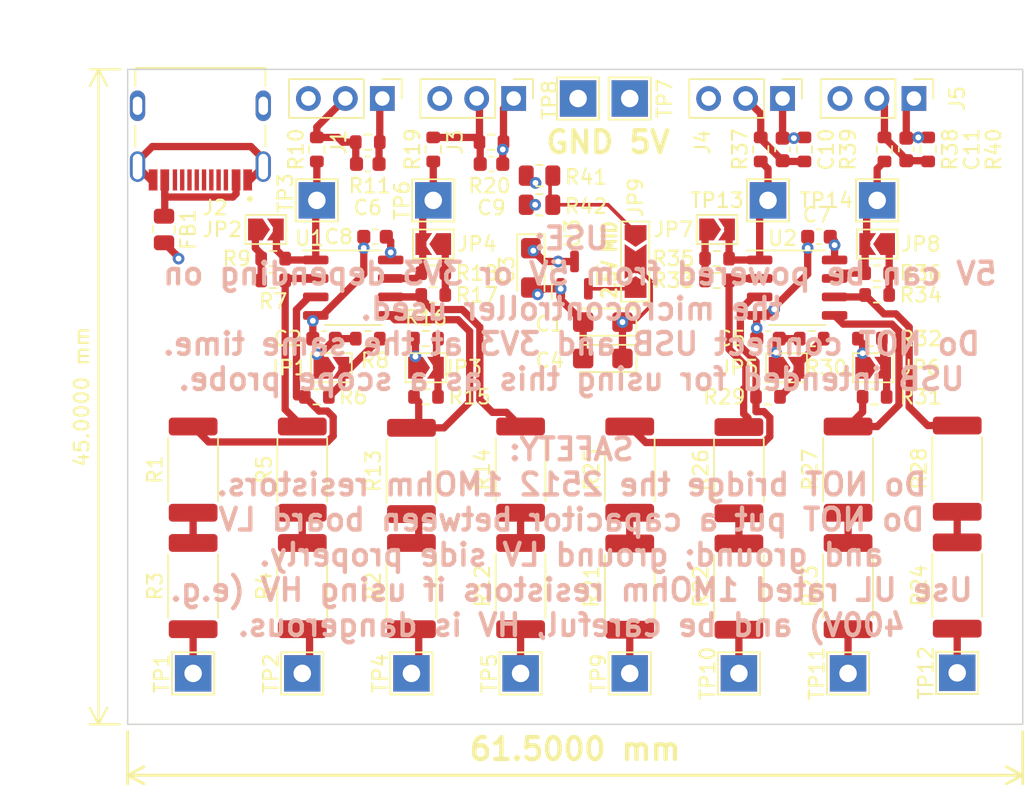
<source format=kicad_pcb>
(kicad_pcb (version 20211014) (generator pcbnew)
  (layers (0 "F.Cu" signal) (1 "In1.Cu" signal) (2 "In2.Cu" signal) (31 "B.Cu" signal) (34 "B.Paste" user) (35 "F.Paste" user) (36 "B.SilkS" user "B.Silkscreen") (37 "F.SilkS" user "F.Silkscreen") (38 "B.Mask" user) (39 "F.Mask" user) (44 "Edge.Cuts" user))
  (net 0 "")
  (net 1 "+2V5")
  (net 2 "GND")
  (net 3 "+5V")
  (net 4 "Output1")
  (net 5 "Net-(JP1-Pad2)")
  (net 6 "Net-(R1-Pad1)")
  (net 7 "Net-(R1-Pad2)")
  (net 8 "Net-(R3-Pad1)")
  (net 9 "Net-(R4-Pad1)")
  (net 10 "Net-(R4-Pad2)")
  (net 11 "Net-(R5-Pad2)")
  (net 12 "Net-(JP2-Pad1)")
  (net 13 "Net-(JP2-Pad2)")
  (net 14 "Net-(JP4-Pad2)")
  (net 15 "Net-(FB1-Pad1)")
  (net 24 "Net-(JP3-Pad2)")
  (net 25 "Net-(JP4-Pad1)")
  (net 26 "Net-(R13-Pad2)")
  (net 27 "Net-(R2-Pad1)")
  (net 28 "Net-(R13-Pad1)")
  (net 29 "Net-(R12-Pad1)")
  (net 30 "Net-(R12-Pad2)")
  (net 31 "Net-(R14-Pad2)")
  (net 32 "Net-(R41-Pad2)")
  (net 33 "Output2")
  (net 34 "Net-(U3-Pad2)")
  (net 35 "Output3")
  (net 36 "Output4")
  (net 37 "Net-(JP5-Pad2)")
  (net 38 "Net-(JP6-Pad2)")
  (net 39 "Net-(JP7-Pad1)")
  (net 40 "Net-(JP7-Pad2)")
  (net 41 "Net-(JP8-Pad1)")
  (net 42 "Net-(JP8-Pad2)")
  (net 43 "Net-(R21-Pad1)")
  (net 44 "Net-(R21-Pad2)")
  (net 45 "Net-(R22-Pad1)")
  (net 46 "Net-(R22-Pad2)")
  (net 47 "Net-(R23-Pad1)")
  (net 48 "Net-(R23-Pad2)")
  (net 49 "Net-(R24-Pad1)")
  (net 50 "Net-(R24-Pad2)")
  (net 51 "Net-(R25-Pad2)")
  (net 52 "Net-(R26-Pad2)")
  (net 53 "Net-(R27-Pad2)")
  (net 54 "Net-(R28-Pad2)")
  (footprint "Resistor_SMD:R_0603_1608Metric" (layer "F.Cu") (at 174.5 35.5)
    (fp_text reference "R32")
    (fp_text value "R_40k")
  )
  (footprint "Capacitor_SMD:C_0603_1608Metric" (layer "F.Cu") (at 140 23.5 180)
    (fp_text reference "C6")
    (fp_text value "C_47pF")
  )
  (footprint "TestPoint:TestPoint_THTPad_2.5x2.5mm_Drill1.2mm" (layer "F.Cu") (at 173 58.5 90)
    (fp_text reference "TP11")
    (fp_text value "TestPoint")
  )
  (footprint "Jumper:SolderJumper-3_P2.0mm_Open_TrianglePad1.0x1.5mm" (layer "F.Cu") (at 158.4 30.2 90)
    (fp_text reference "JP9")
    (fp_text value "Jumper_3_Open")
  )
  (footprint "Connector_PinHeader_2.54mm:PinHeader_1x03_P2.54mm_Vertical" (layer "F.Cu") (at 177.525 19 -90)
    (fp_text reference "J5")
    (fp_text value "Conn_01x03_Male")
  )
  (footprint "Resistor_SMD:R_0805_2012Metric" (layer "F.Cu") (at 151.8 24.3)
    (fp_text reference "R41")
    (fp_text value "R_100")
  )
  (footprint "Jumper:SolderJumper-2_P1.3mm_Open_TrianglePad1.0x1.5mm" (layer "F.Cu") (at 144 37.5)
    (fp_text reference "JP3")
    (fp_text value "Jumper_2_Open")
  )
  (footprint "TestPoint:TestPoint_THTPad_2.5x2.5mm_Drill1.2mm" (layer "F.Cu") (at 167.5 26 90)
    (fp_text reference "TP13")
    (fp_text value "TestPoint")
  )
  (footprint "TestPoint:TestPoint_THTPad_2.5x2.5mm_Drill1.2mm" (layer "F.Cu") (at 143 58.5 90)
    (fp_text reference "TP4")
    (fp_text value "TestPoint")
  )
  (footprint "TestPoint:TestPoint_THTPad_2.5x2.5mm_Drill1.2mm" (layer "F.Cu") (at 158 58.5 90)
    (fp_text reference "TP9")
    (fp_text value "TestPoint")
  )
  (footprint "Capacitor_SMD:C_0603_1608Metric" (layer "F.Cu") (at 168.5 22.5 -90)
    (fp_text reference "C10")
    (fp_text value "C_47pF")
  )
  (footprint "Resistor_SMD:R_2512_6332Metric" (layer "F.Cu") (at 143 52.5 90)
    (fp_text reference "R2")
    (fp_text value "R_1Mohm")
  )
  (footprint "Connector_PinHeader_2.54mm:PinHeader_1x03_P2.54mm_Vertical" (layer "F.Cu") (at 141 19 -90)
    (fp_text reference "J1")
    (fp_text value "Conn_01x03_Male")
  )
  (footprint "Connector_PinHeader_2.54mm:PinHeader_1x03_P2.54mm_Vertical" (layer "F.Cu") (at 150.025 19 -90)
    (fp_text reference "J3")
    (fp_text value "Conn_01x03_Male")
  )
  (footprint "Resistor_SMD:R_2512_6332Metric" (layer "F.Cu") (at 128 52.5 90)
    (fp_text reference "R3")
    (fp_text value "R_1Mohm")
  )
  (footprint "Resistor_SMD:R_0603_1608Metric" (layer "F.Cu") (at 144.5 32.5)
    (fp_text reference "R17")
    (fp_text value "R_10k")
  )
  (footprint "Resistor_SMD:R_0603_1608Metric" (layer "F.Cu") (at 170.5 35.5)
    (fp_text reference "R30")
    (fp_text value "R_40k")
  )
  (footprint "Resistor_SMD:R_0603_1608Metric" (layer "F.Cu") (at 144.5 31 180)
    (fp_text reference "R18")
    (fp_text value "R_40k")
  )
  (footprint "Resistor_SMD:R_0603_1608Metric" (layer "F.Cu") (at 133.5 30)
    (fp_text reference "R9")
    (fp_text value "R_40k")
  )
  (footprint "Jumper:SolderJumper-2_P1.3mm_Open_TrianglePad1.0x1.5mm" (layer "F.Cu") (at 137.5 37.5)
    (fp_text reference "JP1")
    (fp_text value "Jumper_2_Open")
  )
  (footprint "Jumper:SolderJumper-2_P1.3mm_Open_TrianglePad1.0x1.5mm" (layer "F.Cu") (at 144.5 29 180)
    (fp_text reference "JP4")
    (fp_text value "Jumper_2_Open")
  )
  (footprint "Resistor_SMD:R_0603_1608Metric" (layer "F.Cu") (at 167.5 39.5)
    (fp_text reference "R29")
    (fp_text value "R_10k")
  )
  (footprint "Resistor_SMD:R_0603_1608Metric" (layer "F.Cu") (at 174.825 39.5)
    (fp_text reference "R31")
    (fp_text value "R_10k")
  )
  (footprint "Jumper:SolderJumper-2_P1.3mm_Open_TrianglePad1.0x1.5mm" (layer "F.Cu") (at 168.775 37.5)
    (fp_text reference "JP5")
    (fp_text value "Jumper_2_Open")
  )
  (footprint "Resistor_SMD:R_0603_1608Metric" (layer "F.Cu") (at 133.5 31.5 180)
    (fp_text reference "R7")
    (fp_text value "R_10k")
  )
  (footprint "Resistor_SMD:R_2512_6332Metric" (layer "F.Cu") (at 143 44.59 90)
    (fp_text reference "R13")
    (fp_text value "R_1Mohm")
  )
  (footprint "Resistor_SMD:R_0805_2012Metric" (layer "F.Cu") (at 126 28 -90)
    (fp_text reference "FB1")
    (fp_text value "FerriteBead_Small")
  )
  (footprint "Resistor_SMD:R_2512_6332Metric" (layer "F.Cu") (at 173 44.5 90)
    (fp_text reference "R27")
    (fp_text value "R_1Mohm")
  )
  (footprint "Resistor_SMD:R_0603_1608Metric" (layer "F.Cu") (at 175.5 22.5 90)
    (fp_text reference "R38")
    (fp_text value "R_47")
  )
  (footprint "Connector_PinHeader_2.54mm:PinHeader_1x03_P2.54mm_Vertical" (layer "F.Cu") (at 168.5 19 -90)
    (fp_text reference "J4")
    (fp_text value "Conn_01x03_Male")
  )
  (footprint "TYPE-C-31-M-12:HRO_TYPE-C-31-M-12" (layer "F.Cu") (at 128.5 22 180)
    (fp_text reference "J2")
    (fp_text value "TYPE-C-31-M-12")
  )
  (footprint "Package_SO:SO-8_3.9x4.9mm_P1.27mm" (layer "F.Cu") (at 139 32)
    (fp_text reference "U1")
    (fp_text value "OPA2356xxD")
  )
  (footprint "Resistor_SMD:R_2512_6332Metric" (layer "F.Cu") (at 135.5 52.5 90)
    (fp_text reference "R4")
    (fp_text value "R_1Mohm")
  )
  (footprint "TestPoint:TestPoint_THTPad_2.5x2.5mm_Drill1.2mm" (layer "F.Cu") (at 165.5 58.5 90)
    (fp_text reference "TP10")
    (fp_text value "TestPoint")
  )
  (footprint "Resistor_SMD:R_0603_1608Metric" (layer "F.Cu") (at 144 39.5)
    (fp_text reference "R15")
    (fp_text value "R_10k")
  )
  (footprint "Resistor_SMD:R_0603_1608Metric" (layer "F.Cu") (at 144.5 22.5 90)
    (fp_text reference "R19")
    (fp_text value "R_47")
  )
  (footprint "Resistor_SMD:R_2512_6332Metric" (layer "F.Cu") (at 173 52.5 90)
    (fp_text reference "R23")
    (fp_text value "R_1Mohm")
  )
  (footprint "Jumper:SolderJumper-2_P1.3mm_Open_TrianglePad1.0x1.5mm" (layer "F.Cu") (at 175 29 180)
    (fp_text reference "JP8")
    (fp_text value "Jumper_2_Open")
  )
  (footprint "Resistor_SMD:R_2512_6332Metric" (layer "F.Cu") (at 158 44.5 90)
    (fp_text reference "R25")
    (fp_text value "R_1Mohm")
  )
  (footprint "Resistor_SMD:R_0603_1608Metric" (layer "F.Cu") (at 140 22)
    (fp_text reference "R11")
    (fp_text value "R_DNP")
  )
  (footprint "TestPoint:TestPoint_THTPad_2.5x2.5mm_Drill1.2mm" (layer "F.Cu") (at 128 58.5 90)
    (fp_text reference "TP1")
    (fp_text value "TestPoint")
  )
  (footprint "Capacitor_SMD:C_0603_1608Metric" (layer "F.Cu") (at 148.5 23.5 180)
    (fp_text reference "C9")
    (fp_text value "C_47pF")
  )
  (footprint "Resistor_SMD:R_0603_1608Metric" (layer "F.Cu") (at 167 22.5 90)
    (fp_text reference "R37")
    (fp_text value "R_47")
  )
  (footprint "Resistor_SMD:R_0603_1608Metric" (layer "F.Cu") (at 136.5 22.5 90)
    (fp_text reference "R10")
    (fp_text value "R_47")
  )
  (footprint "TestPoint:TestPoint_THTPad_2.5x2.5mm_Drill1.2mm" (layer "F.Cu") (at 154.45 19)
    (fp_text reference "TP8")
    (fp_text value "TestPoint")
  )
  (footprint "Capacitor_SMD:C_0603_1608Metric" (layer "F.Cu") (at 167.5 35.5 180)
    (fp_text reference "C5")
    (fp_text value "C_100nF")
  )
  (footprint "Resistor_SMD:R_0603_1608Metric" (layer "F.Cu") (at 178.5 22.5 90)
    (fp_text reference "R40")
    (fp_text value "R_DNP")
  )
  (footprint "Resistor_SMD:R_0603_1608Metric" (layer "F.Cu") (at 136.5 39.5)
    (fp_text reference "R6")
    (fp_text value "R_10k")
  )
  (footprint "Resistor_SMD:R_2512_6332Metric" (layer "F.Cu") (at 180.5 52.4625 90)
    (fp_text reference "R24")
    (fp_text value "R_1Mohm")
  )
  (footprint "Resistor_SMD:R_0603_1608Metric" (layer "F.Cu") (at 170 22.5 90)
    (fp_text reference "R39")
    (fp_text value "R_DNP")
  )
  (footprint "Resistor_SMD:R_2512_6332Metric" (layer "F.Cu") (at 165.5 52.5375 90)
    (fp_text reference "R22")
    (fp_text value "R_1Mohm")
  )
  (footprint "TestPoint:TestPoint_THTPad_2.5x2.5mm_Drill1.2mm" (layer "F.Cu") (at 144.5 26 90)
    (fp_text reference "TP6")
    (fp_text value "TestPoint")
  )
  (footprint "Resistor_SMD:R_0603_1608Metric" (layer "F.Cu") (at 175 32.5)
    (fp_text reference "R34")
    (fp_text value "R_10k")
  )
  (footprint "Resistor_SMD:R_0603_1608Metric" (layer "F.Cu") (at 164 31.5 180)
    (fp_text reference "R33")
    (fp_text value "R_10k")
  )
  (footprint "Resistor_SMD:R_0805_2012Metric" (layer "F.Cu") (at 151.8 26.3 180)
    (fp_text reference "R42")
    (fp_text value "R_100")
  )
  (footprint "Resistor_SMD:R_2512_6332Metric" (layer "F.Cu") (at 150.5 44.5 90)
    (fp_text reference "R14")
    (fp_text value "R_1Mohm")
  )
  (footprint "TestPoint:TestPoint_THTPad_2.5x2.5mm_Drill1.2mm" (layer "F.Cu") (at 175 26 90)
    (fp_text reference "TP14")
    (fp_text value "TestPoint")
  )
  (footprint "Resistor_SMD:R_2512_6332Metric" (layer "F.Cu") (at 128 44.5 90)
    (fp_text reference "R1")
    (fp_text value "R_1Mohm")
  )
  (footprint "Capacitor_Tantalum_SMD:CP_EIA-3216-18_Kemet-A" (layer "F.Cu") (at 156.15 34.3625 180)
    (fp_text reference "C1")
    (fp_text value "C_10uF_Tant")
  )
  (footprint "Resistor_SMD:R_0603_1608Metric" (layer "F.Cu") (at 148.5 22)
    (fp_text reference "R20")
    (fp_text value "R_DNP")
  )
  (footprint "Capacitor_SMD:C_0603_1608Metric" (layer "F.Cu") (at 171 28.5 180)
    (fp_text reference "C7")
    (fp_text value "C_100nF")
  )
  (footprint "Capacitor_Tantalum_SMD:CP_EIA-3216-18_Kemet-A" (layer "F.Cu") (at 151.20625 30.6375 -90)
    (fp_text reference "C3")
    (fp_text value "C_10uF_Tant")
  )
  (footprint "Capacitor_SMD:C_0603_1608Metric" (layer "F.Cu") (at 177 22.5 -90)
    (fp_text reference "C11")
    (fp_text value "C_47pF")
  )
  (footprint "Capacitor_Tantalum_SMD:CP_EIA-3216-18_Kemet-A" (layer "F.Cu") (at 156.15 36.8625 180)
    (fp_text reference "C4")
    (fp_text value "C_10uF_Tant")
  )
  (footprint "Resistor_SMD:R_2512_6332Metric" (layer "F.Cu") (at 150.5 52.5 90)
    (fp_text reference "R12")
    (fp_text value "R_1Mohm")
  )
  (footprint "TestPoint:TestPoint_THTPad_2.5x2.5mm_Drill1.2mm" (layer "F.Cu") (at 158 19)
    (fp_text reference "TP7")
    (fp_text value "TestPoint")
  )
  (footprint "Package_SO:SO-8_3.9x4.9mm_P1.27mm" (layer "F.Cu") (at 169.5 32)
    (fp_text reference "U2")
    (fp_text value "OPA2356xxD")
  )
  (footprint "TestPoint:TestPoint_THTPad_2.5x2.5mm_Drill1.2mm" (layer "F.Cu") (at 180.5 58.4625 90)
    (fp_text reference "TP12")
    (fp_text value "TestPoint")
  )
  (footprint "Resistor_SMD:R_2512_6332Metric" (layer "F.Cu") (at 158 52.5375 90)
    (fp_text reference "R21")
    (fp_text value "R_1Mohm")
  )
  (footprint "Jumper:SolderJumper-2_P1.3mm_Open_TrianglePad1.0x1.5mm" (layer "F.Cu") (at 174.725 37.5)
    (fp_text reference "JP6")
    (fp_text value "Jumper_2_Open")
  )
  (footprint "TestPoint:TestPoint_THTPad_2.5x2.5mm_Drill1.2mm" (layer "F.Cu") (at 150.5 58.5 90)
    (fp_text reference "TP5")
    (fp_text value "TestPoint")
  )
  (footprint "Jumper:SolderJumper-2_P1.3mm_Open_TrianglePad1.0x1.5mm" (layer "F.Cu") (at 133 28)
    (fp_text reference "JP2")
    (fp_text value "Jumper_2_Open")
  )
  (footprint "Package_TO_SOT_SMD:SOT-23" (layer "F.Cu") (at 154.20625 31.1375 90)
    (fp_text reference "U3")
    (fp_text value "XC6206PxxxMR")
  )
  (footprint "Resistor_SMD:R_0603_1608Metric" (layer "F.Cu") (at 164 30)
    (fp_text reference "R35")
    (fp_text value "R_40k")
  )
  (footprint "Resistor_SMD:R_2512_6332Metric" (layer "F.Cu") (at 165.5 44.5375 90)
    (fp_text reference "R26")
    (fp_text value "R_1Mohm")
  )
  (footprint "Resistor_SMD:R_2512_6332Metric" (layer "F.Cu") (at 180.5 44.4325 90)
    (fp_text reference "R28")
    (fp_text value "R_1Mohm")
  )
  (footprint "Resistor_SMD:R_0603_1608Metric" (layer "F.Cu") (at 144 35.5)
    (fp_text reference "R16")
    (fp_text value "R_40k")
  )
  (footprint "Capacitor_SMD:C_0603_1608Metric" (layer "F.Cu") (at 140.5 28.5 180)
    (fp_text reference "C8")
    (fp_text value "C_100nF")
  )
  (footprint "Resistor_SMD:R_0603_1608Metric" (layer "F.Cu") (at 140 35.5)
    (fp_text reference "R8")
    (fp_text value "R_40k")
  )
  (footprint "Resistor_SMD:R_2512_6332Metric" (layer "F.Cu") (at 135.5 44.5 90)
    (fp_text reference "R5")
    (fp_text value "R_1Mohm")
  )
  (footprint "Jumper:SolderJumper-2_P1.3mm_Open_TrianglePad1.0x1.5mm" (layer "F.Cu") (at 164 28)
    (fp_text reference "JP7")
    (fp_text value "Jumper_2_Open")
  )
  (footprint "TestPoint:TestPoint_THTPad_2.5x2.5mm_Drill1.2mm" (layer "F.Cu") (at 136.5 26 90)
    (fp_text reference "TP3")
    (fp_text value "TestPoint")
  )
  (footprint "TestPoint:TestPoint_THTPad_2.5x2.5mm_Drill1.2mm" (layer "F.Cu") (at 135.5 58.5 90)
    (fp_text reference "TP2")
    (fp_text value "TestPoint")
  )
  (footprint "Capacitor_SMD:C_0603_1608Metric" (layer "F.Cu") (at 137 35.5 180)
    (fp_text reference "C2")
    (fp_text value "C_100nF")
  )
  (footprint "Resistor_SMD:R_0603_1608Metric" (layer "F.Cu") (at 175 31 180)
    (fp_text reference "R36")
    (fp_text value "R_40k")
  )
  (gr_line (start 185 17) (end 123.5 17) (layer "Edge.Cuts") (width 0.1))
  (gr_line (start 123.5 17) (end 123.5 62) (layer "Edge.Cuts") (width 0.1))
  (gr_line (start 185 62) (end 185 17) (layer "Edge.Cuts") (width 0.1))
  (gr_line (start 123.5 62) (end 185 62) (layer "Edge.Cuts") (width 0.1))
  (gr_text "USE:\n5V can be powered from 5V or 3V3 depending on \nthe microcontroller used.\nDo NOT connect USB and 3V3 at the same time.\nUSB intended for using this as a scope probe.\n\nSAFETY:\nDo NOT bridge the 2512 1MOhm resistors.\nDo NOT put a capacitor between board LV\nand ground; ground LV side properly.\nUse UL rated 1MOhm resistors if using HV (e.g.\n400V) and be careful, HV is dangerous." (at 154 41.9) (layer "B.SilkS") (effects (font (size 1.5 1.5) (thickness 0.3)) (justify mirror)))
  (gr_text "GND 5V" (at 156.5 22) (layer "F.SilkS") (effects (font (size 1.5 1.5) (thickness 0.3))))
  (gr_text "2.5V MID\n" (at 156.6 30.1 90) (layer "F.SilkS") (effects (font (size 1 0.8) (thickness 0.2))))
  (dimension (type aligned) (layer "F.SilkS") (pts (xy 123.5 62) (xy 123.5 17)) (height -2) (gr_text "45.0000 mm" (at 120.35 39.5 90) (layer "F.SilkS") (effects (font (size 1 1) (thickness 0.15)))) (format (units 3) (units_format 1) (precision 4)) (style (thickness 0.15) (arrow_length 1.27) (text_position_mode 0) (extension_height 0.58642) (extension_offset 0.5) keep_text_aligned))
  (dimension (type aligned) (layer "F.SilkS") (pts (xy 123.5 62) (xy 185 62)) (height 3.5) (gr_text "61.5000 mm" (at 154.25 63.7) (layer "F.SilkS") (effects (font (size 1.5 1.5) (thickness 0.3)))) (format (units 3) (units_format 1) (precision 4)) (style (thickness 0.2) (arrow_length 1.27) (text_position_mode 0) (extension_height 0.58642) (extension_offset 0.5) keep_text_aligned))
  (segment (start 139.175 35.5) (end 137.775 35.5) (width 0.5) (layer "F.Cu") (net 1))
  (segment (start 136.504845 36.572675) (end 136.702325 36.572675) (width 0.5) (layer "F.Cu") (net 1))
  (segment (start 157.5 36.8625) (end 157.5 34.3625) (width 0.5) (layer "F.Cu") (net 1))
  (segment (start 159.47452 33.22548) (end 158.3375 34.3625) (width 0.25) (layer "F.Cu") (net 1))
  (segment (start 174 35.825) (end 173.675 35.5) (width 0.5) (layer "F.Cu") (net 1))
  (segment (start 168.05 35.725) (end 168.275 35.5) (width 0.5) (layer "F.Cu") (net 1))
  (segment (start 143.275 35.6) (end 143.275 36.725) (width 0.5) (layer "F.Cu") (net 1))
  (segment (start 159.47452 31.56558) (end 159.47452 33.22548) (width 0.25) (layer "F.Cu") (net 1))
  (segment (start 158.78442 30.87548) (end 159.47452 31.56558) (width 0.25) (layer "F.Cu") (net 1))
  (segment (start 136.775 36.84283) (end 136.775 37.5) (width 0.5) (layer "F.Cu") (net 1))
  (segment (start 158.3375 34.3625) (end 157.5 34.3625) (width 0.25) (layer "F.Cu") (net 1))
  (segment (start 143.175 35.5) (end 143.275 35.6) (width 0.5) (layer "F.Cu") (net 1))
  (segment (start 158.4 30.87548) (end 158.78442 30.87548) (width 0.25) (layer "F.Cu") (net 1))
  (segment (start 136.504845 36.572675) (end 136.775 36.84283) (width 0.5) (layer "F.Cu") (net 1))
  (segment (start 174 37.5) (end 174 35.825) (width 0.5) (layer "F.Cu") (net 1))
  (segment (start 169.675 35.5) (end 168.275 35.5) (width 0.5) (layer "F.Cu") (net 1))
  (segment (start 158.4 30.2) (end 158.4 30.87548) (width 0.25) (layer "F.Cu") (net 1))
  (segment (start 143.275 37.5) (end 143.275 36.725) (width 0.5) (layer "F.Cu") (net 1))
  (segment (start 136.702325 36.572675) (end 137.775 35.5) (width 0.5) (layer "F.Cu") (net 1))
  (segment (start 168.05 37.5) (end 168.05 35.725) (width 0.5) (layer "F.Cu") (net 1))
  (via (at 143.275 36.725) (size 0.8) (drill 0.4) (layers "F.Cu" "B.Cu") (net 1))
  (via (at 136.504845 36.572675) (size 0.8) (drill 0.4) (layers "F.Cu" "B.Cu") (net 1))
  (via (at 157.5 34.3625) (size 0.8) (drill 0.4) (layers "F.Cu" "B.Cu") (net 1))
  (via (at 168.05 36.45) (size 0.8) (drill 0.4) (layers "F.Cu" "B.Cu") (net 1))
  (via (at 174 36.5) (size 0.8) (drill 0.4) (layers "F.Cu" "B.Cu") (net 1))
  (segment (start 131.905 24.595) (end 132.82 23.68) (width 0.5) (layer "F.Cu") (net 2))
  (segment (start 136.425 33.905) (end 136.425 34.075) (width 0.5) (layer "F.Cu") (net 2))
  (segment (start 149.275 23.5) (end 149.275 22.05) (width 0.5) (layer "F.Cu") (net 2))
  (segment (start 168.5 21.725) (end 169.95 21.725) (width 0.5) (layer "F.Cu") (net 2))
  (segment (start 139.725 29.275) (end 139.725 31.057849) (width 0.5) (layer "F.Cu") (net 2))
  (segment (start 132.82 23.155) (end 131.965479 22.300479) (width 0.5) (layer "F.Cu") (net 2))
  (segment (start 152.05625 32.075) (end 151.675 32.45625) (width 0.5) (layer "F.Cu") (net 2))
  (segment (start 139.725 31.057849) (end 136.877849 33.905) (width 0.5) (layer "F.Cu") (net 2))
  (segment (start 153.25625 32.81875) (end 153.25625 32.075) (width 0.5) (layer "F.Cu") (net 2))
  (segment (start 140.775 22.05) (end 140.825 22) (width 0.5) (layer "F.Cu") (net 2))
  (segment (start 149.325 19.7) (end 150.025 19) (width 0.5) (layer "F.Cu") (net 2))
  (segment (start 177.05 21.675) (end 177 21.725) (width 0.5) (layer "F.Cu") (net 2))
  (segment (start 166.725 34.105) (end 166.925 33.905) (width 0.5) (layer "F.Cu") (net 2))
  (segment (start 136.425 34.075) (end 136.225 34.275) (width 0.5) (layer "F.Cu") (net 2))
  (segment (start 166.925 33.905) (end 167.503569 33.905) (width 0.5) (layer "F.Cu") (net 2))
  (segment (start 178.5 21.675) (end 177.05 21.675) (width 0.5) (layer "F.Cu") (net 2))
  (segment (start 170.225 31.057849) (end 167.377849 33.905) (width 0.5) (layer "F.Cu") (net 2))
  (segment (start 149.325 22) (end 149.325 19.7) (width 0.5) (layer "F.Cu") (net 2))
  (segment (start 177 19.525) (end 177.525 19) (width 0.5) (layer "F.Cu") (net 2))
  (segment (start 140.825 22) (end 140.825 19.175) (width 0.5) (layer "F.Cu") (net 2))
  (segment (start 136.877849 33.905) (end 136.425 33.905) (width 0.5) (layer "F.Cu") (net 2))
  (segment (start 136.225 35.5) (end 136.225 34.275) (width 0.5) (layer "F.Cu") (net 2))
  (segment (start 125.199521 22.300479) (end 124.18 23.32) (width 0.5) (layer "F.Cu") (net 2))
  (segment (start 140.775 23.5) (end 140.775 22.05) (width 0.5) (layer "F.Cu") (net 2))
  (segment (start 170.225 28.5) (end 170.225 29.275) (width 0.5) (layer "F.Cu") (net 2))
  (segment (start 150.875 26.3) (end 151.5 26.3) (width 0.25) (layer "F.Cu") (net 2))
  (segment (start 170.225 29.275) (end 170.225 31.057849) (width 0.5) (layer "F.Cu") (net 2))
  (segment (start 169.95 21.725) (end 170 21.675) (width 0.5) (layer "F.Cu") (net 2))
  (segment (start 124.18 23.32) (end 124.18 23.68) (width 0.5) (layer "F.Cu") (net 2))
  (segment (start 139.725 28.5) (end 139.725 29.275) (width 0.5) (layer "F.Cu") (net 2))
  (segment (start 177 21.725) (end 177 19.525) (width 0.5) (layer "F.Cu") (net 2))
  (segment (start 125.095 24.595) (end 124.18 23.68) (width 0.5) (layer "F.Cu") (net 2))
  (segment (start 167.503569 33.905) (end 167.927223 33.481346) (width 0.5) (layer "F.Cu") (net 2))
  (segment (start 167.377849 33.905) (end 166.925 33.905) (width 0.5) (layer "F.Cu") (net 2))
  (segment (start 154.8 34.3625) (end 153.25625 32.81875) (width 0.5) (layer "F.Cu") (net 2))
  (segment (start 154.8 36.8625) (end 154.8 34.3625) (width 0.5) (layer "F.Cu") (net 2))
  (segment (start 168.5 21.725) (end 168.5 19) (width 0.5) (layer "F.Cu") (net 2))
  (segment (start 131.965479 22.300479) (end 125.199521 22.300479) (width 0.5) (layer "F.Cu") (net 2))
  (segment (start 166.725 35.5) (end 166.725 34.105) (width 0.5) (layer "F.Cu") (net 2))
  (segment (start 153.25625 32.075) (end 152.05625 32.075) (width 0.5) (layer "F.Cu") (net 2))
  (segment (start 140.825 19.175) (end 141 19) (width 0.5) (layer "F.Cu") (net 2))
  (segment (start 149.275 22.05) (end 149.325 22) (width 0.5) (layer "F.Cu") (net 2))
  (segment (start 151.20625 31.9875) (end 151.675 32.45625) (width 0.5) (layer "F.Cu") (net 2))
  (segment (start 125.25 24.595) (end 125.095 24.595) (width 0.5) (layer "F.Cu") (net 2))
  (segment (start 131.75 24.595) (end 131.905 24.595) (width 0.5) (layer "F.Cu") (net 2))
  (via (at 169.275 21.725) (size 0.8) (drill 0.4) (layers "F.Cu" "B.Cu") (net 2))
  (via (at 166.725 34.775) (size 0.8) (drill 0.4) (layers "F.Cu" "B.Cu") (net 2))
  (via (at 177.825 21.675) (size 0.8) (drill 0.4) (layers "F.Cu" "B.Cu") (net 2))
  (via (at 151.5 26.3) (size 0.8) (drill 0.4) (layers "F.Cu" "B.Cu") (net 2))
  (via (at 170.225 29.275) (size 0.8) (drill 0.4) (layers "F.Cu" "B.Cu") (net 2))
  (via (at 151.675 32.45625) (size 0.8) (drill 0.4) (layers "F.Cu" "B.Cu") (net 2))
  (via (at 139.725 29.275) (size 0.8) (drill 0.4) (layers "F.Cu" "B.Cu") (net 2))
  (via (at 153.25625 32.075) (size 0.8) (drill 0.4) (layers "F.Cu" "B.Cu") (net 2))
  (via (at 149.275 22.5) (size 0.8) (drill 0.4) (layers "F.Cu" "B.Cu") (net 2))
  (via (at 136.225 34.275) (size 0.8) (drill 0.4) (layers "F.Cu" "B.Cu") (net 2))
  (via (at 167.927223 33.481346) (size 0.8) (drill 0.4) (layers "F.Cu" "B.Cu") (net 2))
  (segment (start 153.08125 30.2) (end 152.11875 30.2) (width 0.5) (layer "F.Cu") (net 3))
  (segment (start 152.11875 30.2) (end 151.375 29.45625) (width 0.5) (layer "F.Cu") (net 3))
  (segment (start 151.375 29.45625) (end 151.20625 29.2875) (width 0.5) (layer "F.Cu") (net 3))
  (segment (start 172.075 30.095) (end 172.075 28.8) (width 0.5) (layer "F.Cu") (net 3))
  (segment (start 126.85 29.85) (end 127 30) (width 0.5) (layer "F.Cu") (net 3))
  (segment (start 126 28.9125) (end 126.85 29.7625) (width 0.5) (layer "F.Cu") (net 3))
  (segment (start 172.075 28.8) (end 171.775 28.5) (width 0.5) (layer "F.Cu") (net 3))
  (segment (start 150.875 24.8) (end 151.5255 24.8) (width 0.25) (layer "F.Cu") (net 3))
  (segment (start 141.575 28.8) (end 141.275 28.5) (width 0.5) (layer "F.Cu") (net 3))
  (segment (start 126.85 29.7625) (end 126.85 29.85) (width 0.5) (layer "F.Cu") (net 3))
  (segment (start 154.20625 30.2) (end 153.08125 30.2) (width 0.5) (layer "F.Cu") (net 3))
  (segment (start 141.575 30.095) (end 141.575 28.8) (width 0.5) (layer "F.Cu") (net 3))
  (via (at 172.075 29.075) (size 0.8) (drill 0.4) (layers "F.Cu" "B.Cu") (net 3))
  (via (at 141.575 29.575) (size 0.8) (drill 0.4) (layers "F.Cu" "B.Cu") (net 3))
  (via (at 151.5255 24.8) (size 0.8) (drill 0.4) (layers "F.Cu" "B.Cu") (net 3))
  (via (at 153.08125 30.2) (size 0.8) (drill 0.4) (layers "F.Cu" "B.Cu") (net 3))
  (via (at 127 30) (size 0.8) (drill 0.4) (layers "F.Cu" "B.Cu") (net 3))
  (via (at 151.375 29.45625) (size 0.8) (drill 0.4) (layers "F.Cu" "B.Cu") (net 3))
  (segment (start 139.175 22) (end 138.275 22) (width 0.5) (layer "F.Cu") (net 4))
  (segment (start 138.275 22) (end 137.95 21.675) (width 0.5) (layer "F.Cu") (net 4))
  (segment (start 137.95 21.675) (end 136.5 21.675) (width 0.5) (layer "F.Cu") (net 4))
  (segment (start 139.175 23.45) (end 139.175 22) (width 0.5) (layer "F.Cu") (net 4))
  (segment (start 139.225 23.5) (end 139.175 23.45) (width 0.5) (layer "F.Cu") (net 4))
  (segment (start 136.5 21.675) (end 136.5 20.96) (width 0.5) (layer "F.Cu") (net 4))
  (segment (start 136.5 20.96) (end 138.46 19) (width 0.5) (layer "F.Cu") (net 4))
  (segment (start 140.825 35.5) (end 138.825 37.5) (width 0.5) (layer "F.Cu") (net 5))
  (segment (start 137.325 39.5) (end 138.225 38.6) (width 0.5) (layer "F.Cu") (net 5))
  (segment (start 138.225 38.6) (end 138.225 37.5) (width 0.5) (layer "F.Cu") (net 5))
  (segment (start 138.825 37.5) (end 138.225 37.5) (width 0.5) (layer "F.Cu") (net 5))
  (segment (start 128 49.5375) (end 128 47.4625) (width 0.5) (layer "F.Cu") (net 6))
  (segment (start 129.06202 42.59952) (end 128 41.5375) (width 0.5) (layer "F.Cu") (net 7))
  (segment (start 135.675 39.5) (end 135.10048 39.5) (width 0.5) (layer "F.Cu") (net 7))
  (segment (start 135.10048 39.5) (end 135.10048 33.506671) (width 0.5) (layer "F.Cu") (net 7))
  (segment (start 137.21475 42.59952) (end 129.06202 42.59952) (width 0.5) (layer "F.Cu") (net 7))
  (segment (start 135.675 39.5) (end 136.65048 40.47548) (width 0.5) (layer "F.Cu") (net 7))
  (segment (start 136.65048 40.47548) (end 137.21475 40.47548) (width 0.5) (layer "F.Cu") (net 7))
  (segment (start 135.972151 32.635) (end 136.425 32.635) (width 0.5) (layer "F.Cu") (net 7))
  (segment (start 137.21475 40.47548) (end 137.62452 40.88525) (width 0.5) (layer "F.Cu") (net 7))
  (segment (start 137.62452 42.18975) (end 137.21475 42.59952) (width 0.5) (layer "F.Cu") (net 7))
  (segment (start 137.62452 40.88525) (end 137.62452 42.18975) (width 0.5) (layer "F.Cu") (net 7))
  (segment (start 135.10048 33.506671) (end 135.972151 32.635) (width 0.5) (layer "F.Cu") (net 7))
  (segment (start 128 55.4625) (end 128 58.5) (width 0.5) (layer "F.Cu") (net 8))
  (segment (start 135.5 55.4625) (end 136 55.9625) (width 0.5) (layer "F.Cu") (net 9))
  (segment (start 136 55.9625) (end 136 57.5) (width 0.5) (layer "F.Cu") (net 9))
  (segment (start 135.5 49.5375) (end 135.5 47.4625) (width 0.5) (layer "F.Cu") (net 10))
  (segment (start 134.325 40.3625) (end 134.325 31.5) (width 0.5) (layer "F.Cu") (net 11))
  (segment (start 135.5 41.5375) (end 134.325 40.3625) (width 0.5) (layer "F.Cu") (net 11))
  (segment (start 134.46 31.365) (end 134.325 31.5) (width 0.5) (layer "F.Cu") (net 11))
  (segment (start 136.425 31.365) (end 134.46 31.365) (width 0.5) (layer "F.Cu") (net 11))
  (segment (start 132.275 29.275) (end 132.275 28) (width 0.5) (layer "F.Cu") (net 12))
  (segment (start 132.675 30) (end 132.675 29.675) (width 0.5) (layer "F.Cu") (net 12))
  (segment (start 132.675 29.675) (end 132.275 29.275) (width 0.5) (layer "F.Cu") (net 12))
  (segment (start 132.675 31.5) (end 132.675 30) (width 0.5) (layer "F.Cu") (net 12))
  (segment (start 134.42 30.095) (end 134.325 30) (width 0.5) (layer "F.Cu") (net 13))
  (segment (start 136.425 26.075) (end 136.5 26) (width 0.5) (layer "F.Cu") (net 13))
  (segment (start 136.5 26) (end 136.5 23.325) (width 0.5) (layer "F.Cu") (net 13))
  (segment (start 133.725 29.4) (end 134.325 30) (width 0.5) (layer "F.Cu") (net 13))
  (segment (start 136.425 30.095) (end 136.425 26.075) (width 0.5) (layer "F.Cu") (net 13))
  (segment (start 133.725 28) (end 133.725 29.4) (width 0.5) (layer "F.Cu") (net 13))
  (segment (start 136.425 30.095) (end 134.42 30.095) (width 0.5) (layer "F.Cu") (net 13))
  (segment (start 143.775 29.225) (end 143.775 26.725) (width 0.5) (layer "F.Cu") (net 14))
  (segment (start 143.775 29) (end 143.775 29.225) (width 0.5) (layer "F.Cu") (net 14))
  (segment (start 144.5 26) (end 144.5 23.325) (width 0.5) (layer "F.Cu") (net 14))
  (segment (start 143.775 30.9) (end 143.675 31) (width 0.5) (layer "F.Cu") (net 14))
  (segment (start 143.775 26.725) (end 144.5 26) (width 0.5) (layer "F.Cu") (net 14))
  (segment (start 143.775 29.225) (end 143.775 30.9) (width 0.5) (layer "F.Cu") (net 14))
  (segment (start 143.31 31.365) (end 141.575 31.365) (width 0.5) (layer "F.Cu") (net 14))
  (segment (start 143.675 31) (end 143.31 31.365) (width 0.5) (layer "F.Cu") (net 14))
  (segment (start 126.05 24.595) (end 126.05 25.669022) (width 0.5) (layer "F.Cu") (net 15))
  (segment (start 126.05 27.0375) (end 126.05 24.595) (width 0.5) (layer "F.Cu") (net 15))
  (segment (start 126.05 25.669022) (end 126.150489 25.769511) (width 0.5) (layer "F.Cu") (net 15))
  (segment (start 130.730489 25.769511) (end 130.95 25.55) (width 0.5) (layer "F.Cu") (net 15))
  (segment (start 126.150489 25.769511) (end 130.730489 25.769511) (width 0.5) (layer "F.Cu") (net 15))
  (segment (start 126 27.0875) (end 126.05 27.0375) (width 0.5) (layer "F.Cu") (net 15))
  (segment (start 130.95 25.55) (end 130.95 24.595) (width 0.5) (layer "F.Cu") (net 15))
  (segment (start 144.725 37.5) (end 144.725 35.6) (width 0.5) (layer "F.Cu") (net 24))
  (segment (start 144.725 35.6) (end 144.825 35.5) (width 0.5) (layer "F.Cu") (net 24))
  (segment (start 144.825 39.5) (end 144.825 37.6) (width 0.5) (layer "F.Cu") (net 24))
  (segment (start 144.825 37.6) (end 144.725 37.5) (width 0.5) (layer "F.Cu") (net 24))
  (segment (start 145.325 29.1) (end 145.225 29) (width 0.5) (layer "F.Cu") (net 25))
  (segment (start 145.325 31) (end 145.325 29.1) (width 0.5) (layer "F.Cu") (net 25))
  (segment (start 145.325 32.5) (end 145.325 31) (width 0.5) (layer "F.Cu") (net 25))
  (segment (start 143.5 41.6275) (end 145.23178 41.6275) (width 0.5) (layer "F.Cu") (net 26))
  (segment (start 147 39.85928) (end 147 35) (width 0.5) (layer "F.Cu") (net 26))
  (segment (start 143.5 39.825) (end 143.175 39.5) (width 0.5) (layer "F.Cu") (net 26))
  (segment (start 141.86952 34.19952) (end 141.575 33.905) (width 0.5) (layer "F.Cu") (net 26))
  (segment (start 145.23178 41.6275) (end 147 39.85928) (width 0.5) (layer "F.Cu") (net 26))
  (segment (start 143.5 41.6275) (end 143.5 39.825) (width 0.5) (layer "F.Cu") (net 26))
  (segment (start 147 35) (end 146.19952 34.19952) (width 0.5) (layer "F.Cu") (net 26))
  (segment (start 146.19952 34.19952) (end 141.86952 34.19952) (width 0.5) (layer "F.Cu") (net 26))
  (segment (start 143.5 58.5) (end 143.5 55.4625) (width 0.5) (layer "F.Cu") (net 27))
  (segment (start 143.5 49.5375) (end 143.5 47.5525) (width 0.5) (layer "F.Cu") (net 28))
  (segment (start 150.5 58.5) (end 150.5 55.4625) (width 0.5) (layer "F.Cu") (net 29))
  (segment (start 150.5 49.5375) (end 150.5 47.4625) (width 0.5) (layer "F.Cu") (net 30))
  (segment (start 148.56548 40.56548) (end 147.69952 39.69952) (width 0.5) (layer "F.Cu") (net 31))
  (segment (start 147.699519 34.710249) (end 146.48927 33.5) (width 0.5) (layer "F.Cu") (net 31))
  (segment (start 146.48927 33.5) (end 144.431441 33.5) (width 0.5) (layer "F.Cu") (net 31))
  (segment (start 143.675 32.5) (end 143.54 32.635) (width 0.5) (layer "F.Cu") (net 31))
  (segment (start 144.431441 33.5) (end 143.566441 32.635) (width 0.5) (layer "F.Cu") (net 31))
  (segment (start 143.54 32.635) (end 141.575 32.635) (width 0.5) (layer "F.Cu") (net 31))
  (segment (start 143.566441 32.635) (end 141.575 32.635) (width 0.5) (layer "F.Cu") (net 31))
  (segment (start 150.5 41.5375) (end 149.52798 40.56548) (width 0.5) (layer "F.Cu") (net 31))
  (segment (start 147.69952 39.69952) (end 147.699519 34.710249) (width 0.5) (layer "F.Cu") (net 31))
  (segment (start 149.52798 40.56548) (end 148.56548 40.56548) (width 0.5) (layer "F.Cu") (net 31))
  (segment (start 156.5 26.3) (end 158.4 28.2) (width 0.25) (layer "F.Cu") (net 32))
  (segment (start 152.525 24.8) (end 152.525 26.3) (width 0.25) (layer "F.Cu") (net 32))
  (segment (start 152.525 26.3) (end 156.5 26.3) (width 0.25) (layer "F.Cu") (net 32))
  (segment (start 147.35 21.675) (end 147.675 22) (width 0.5) (layer "F.Cu") (net 33))
  (segment (start 147.725 23.5) (end 147.725 22.05) (width 0.5) (layer "F.Cu") (net 33))
  (segment (start 147.675 19.19) (end 147.485 19) (width 0.5) (layer "F.Cu") (net 33))
  (segment (start 144.5 21.675) (end 147.35 21.675) (width 0.5) (layer "F.Cu") (net 33))
  (segment (start 147.675 22) (end 147.675 19.19) (width 0.5) (layer "F.Cu") (net 33))
  (segment (start 147.725 22.05) (end 147.675 22) (width 0.5) (layer "F.Cu") (net 33))
  (segment (start 158.275 32.075) (end 158.4 32.2) (width 0.25) (layer "F.Cu") (net 34))
  (segment (start 155.15625 32.075) (end 158.275 32.075) (width 0.25) (layer "F.Cu") (net 34))
  (segment (start 168.55 23.325) (end 168.5 23.275) (width 0.5) (layer "F.Cu") (net 35))
  (segment (start 167 21.675) (end 167 20.04) (width 0.5) (layer "F.Cu") (net 35))
  (segment (start 167 21.675) (end 167 21.775) (width 0.5) (layer "F.Cu") (net 35))
  (segment (start 170 23.325) (end 168.55 23.325) (width 0.5) (layer "F.Cu") (net 35))
  (segment (start 167 20.04) (end 165.96 19) (width 0.5) (layer "F.Cu") (net 35))
  (segment (start 167 21.775) (end 168.5 23.275) (width 0.5) (layer "F.Cu") (net 35))
  (segment (start 177 23.275) (end 178.45 23.275) (width 0.5) (layer "F.Cu") (net 36))
  (segment (start 177 23.175) (end 175.5 21.675) (width 0.5) (layer "F.Cu") (net 36))
  (segment (start 177 23.275) (end 177 23.175) (width 0.5) (layer "F.Cu") (net 36))
  (segment (start 175.5 21.675) (end 175.5 19.515) (width 0.5) (layer "F.Cu") (net 36))
  (segment (start 175.5 19.515) (end 174.985 19) (width 0.5) (layer "F.Cu") (net 36))
  (segment (start 178.45 23.275) (end 178.5 23.325) (width 0.5) (layer "F.Cu") (net 36))
  (segment (start 169.5 38.325) (end 169.5 37.5) (width 0.5) (layer "F.Cu") (net 37))
  (segment (start 169.5 37.5) (end 169.5 37.325) (width 0.5) (layer "F.Cu") (net 37))
  (segment (start 168.325 39.5) (end 169.5 38.325) (width 0.5) (layer "F.Cu") (net 37))
  (segment (start 169.5 37.325) (end 171.325 35.5) (width 0.5) (layer "F.Cu") (net 37))
  (segment (start 175.65 39.5) (end 175.65 37.7) (width 0.5) (layer "F.Cu") (net 38))
  (segment (start 175.45 35.625) (end 175.325 35.5) (width 0.5) (layer "F.Cu") (net 38))
  (segment (start 175.45 37.5) (end 175.45 35.625) (width 0.5) (layer "F.Cu") (net 38))
  (segment (start 175.65 37.7) (end 175.45 37.5) (width 0.5) (layer "F.Cu") (net 38))
  (segment (start 163.175 31.5) (end 163.175 30) (width 0.5) (layer "F.Cu") (net 39))
  (segment (start 163.175 28.1) (end 163.275 28) (width 0.5) (layer "F.Cu") (net 39))
  (segment (start 163.175 30) (end 163.175 28.1) (width 0.5) (layer "F.Cu") (net 39))
  (segment (start 164.825 30) (end 164.825 28.1) (width 0.5) (layer "F.Cu") (net 40))
  (segment (start 167.5 23.825) (end 167 23.325) (width 0.5) (layer "F.Cu") (net 40))
  (segment (start 166.925 26.575) (end 167.5 26) (width 0.5) (layer "F.Cu") (net 40))
  (segment (start 164.825 28.1) (end 164.725 28) (width 0.5) (layer "F.Cu") (net 40))
  (segment (start 164.92 30.095) (end 164.825 30) (width 0.5) (layer "F.Cu") (net 40))
  (segment (start 167.5 26) (end 167.5 23.825) (width 0.5) (layer "F.Cu") (net 40))
  (segment (start 166.925 30.095) (end 164.92 30.095) (width 0.5) (layer "F.Cu") (net 40))
  (segment (start 166.925 30.095) (end 166.925 26.575) (width 0.5) (layer "F.Cu") (net 40))
  (segment (start 175.825 29.1) (end 175.725 29) (width 0.5) (layer "F.Cu") (net 41))
  (segment (start 175.825 31) (end 175.825 29.1) (width 0.5) (layer "F.Cu") (net 41))
  (segment (start 175.825 32.5) (end 175.825 31) (width 0.5) (layer "F.Cu") (net 41))
  (segment (start 175 26) (end 175 23.825) (width 0.5) (layer "F.Cu") (net 42))
  (segment (start 174.175 31) (end 174.175 29.1) (width 0.5) (layer "F.Cu") (net 42))
  (segment (start 175 23.825) (end 175.5 23.325) (width 0.5) (layer "F.Cu") (net 42))
  (segment (start 174.275 29) (end 174.275 26.725) (width 0.5) (layer "F.Cu") (net 42))
  (segment (start 174.175 29.1) (end 174.275 29) (width 0.5) (layer "F.Cu") (net 42))
  (segment (start 174.275 26.725) (end 175 26) (width 0.5) (layer "F.Cu") (net 42))
  (segment (start 172.44 31) (end 172.075 31.365) (width 0.5) (layer "F.Cu") (net 42))
  (segment (start 174.175 31) (end 172.44 31) (width 0.5) (layer "F.Cu") (net 42))
  (segment (start 158 58.5) (end 158 55.5) (width 0.5) (layer "F.Cu") (net 43))
  (segment (start 158 49.575) (end 158 47.4625) (width 0.5) (layer "F.Cu") (net 44))
  (segment (start 165.5 58.5) (end 165.5 55.5) (width 0.5) (layer "F.Cu") (net 45))
  (segment (start 165.5 49.575) (end 165.5 47.5) (width 0.5) (layer "F.Cu") (net 46))
  (segment (start 173 58.5) (end 173 55.4625) (width 0.5) (layer "F.Cu") (net 47))
  (segment (start 173 49.5375) (end 173 47.4625) (width 0.5) (layer "F.Cu") (net 48))
  (segment (start 180.5 58.4625) (end 180.5 55.425) (width 0.5) (layer "F.Cu") (net 49))
  (segment (start 180.5 49.5) (end 180.5 47.395) (width 0.5) (layer "F.Cu") (net 50))
  (segment (start 165.60048 33.506671) (end 166.472151 32.635) (width 0.5) (layer "F.Cu") (net 51))
  (segment (start 167.62452 40.92275) (end 167.62452 42.22725) (width 0.5) (layer "F.Cu") (net 51))
  (segment (start 167.21475 40.51298) (end 167.62452 40.92275) (width 0.5) (layer "F.Cu") (net 51))
  (segment (start 165.60048 36.01298) (end 165.60048 33.506671) (width 0.5) (layer "F.Cu") (net 51))
  (segment (start 166.675 37.0875) (end 165.60048 36.01298) (width 0.5) (layer "F.Cu") (net 51))
  (segment (start 166.472151 32.635) (end 166.925 32.635) (width 0.5) (layer "F.Cu") (net 51))
  (segment (start 166.675 39.5) (end 166.675 37.0875) (width 0.5) (layer "F.Cu") (net 51))
  (segment (start 167.62452 42.22725) (end 167.21475 42.63702) (width 0.5) (layer "F.Cu") (net 51))
  (segment (start 166.675 40.51298) (end 167.21475 40.51298) (width 0.5) (layer "F.Cu") (net 51))
  (segment (start 166.675 39.5) (end 166.675 40.51298) (width 0.5) (layer "F.Cu") (net 51))
  (segment (start 167.21475 42.63702) (end 159.09952 42.63702) (width 0.5) (layer "F.Cu") (net 51))
  (segment (start 159.09952 42.63702) (end 158 41.5375) (width 0.5) (layer "F.Cu") (net 51))
  (segment (start 165.97548 38.805961) (end 165.97548 37.37725) (width 0.5) (layer "F.Cu") (net 52))
  (segment (start 164.825 36.22677) (end 164.825 31.5) (width 0.5) (layer "F.Cu") (net 52))
  (segment (start 166.123875 40.951125) (end 165.82548 40.65273) (width 0.5) (layer "F.Cu") (net 52))
  (segment (start 164.825 31.5) (end 164.96 31.365) (width 0.5) (layer "F.Cu") (net 52))
  (segment (start 165.97548 37.37725) (end 164.825 36.22677) (width 0.5) (layer "F.Cu") (net 52))
  (segment (start 165.82548 40.65273) (end 165.82548 38.955961) (width 0.5) (layer "F.Cu") (net 52))
  (segment (start 165.82548 38.955961) (end 165.97548 38.805961) (width 0.5) (layer "F.Cu") (net 52))
  (segment (start 164.96 31.365) (end 166.925 31.365) (width 0.5) (layer "F.Cu") (net 52))
  (segment (start 165.5 41.575) (end 166.123875 40.951125) (width 0.5) (layer "F.Cu") (net 52))
  (segment (start 175.006059 41.5375) (end 176.49952 40.044039) (width 0.5) (layer "F.Cu") (net 53))
  (segment (start 173 41.5375) (end 175.006059 41.5375) (width 0.5) (layer "F.Cu") (net 53))
  (segment (start 176 34.5) (end 172.67 34.5) (width 0.5) (layer "F.Cu") (net 53))
  (segment (start 174 40.5375) (end 174 39.825) (width 0.5) (layer "F.Cu") (net 53))
  (segment (start 173 41.5375) (end 174 40.5375) (width 0.5) (layer "F.Cu") (net 53))
  (segment (start 172.67 34.5) (end 172.075 33.905) (width 0.5) (layer "F.Cu") (net 53))
  (segment (start 176.49952 34.99952) (end 176 34.5) (width 0.5) (layer "F.Cu") (net 53))
  (segment (start 176.49952 40.044039) (end 176.49952 34.99952) (width 0.5) (layer "F.Cu") (net 53))
  (segment (start 178.47 41.47) (end 177.199039 40.199039) (width 0.5) (layer "F.Cu") (net 54))
  (segment (start 177.199039 40.199039) (end 177.199039 34.709769) (width 0.5) (layer "F.Cu") (net 54))
  (segment (start 177.199039 34.709769) (end 176.28975 33.80048) (width 0.5) (layer "F.Cu") (net 54))
  (segment (start 174.04 32.635) (end 172.075 32.635) (width 0.5) (layer "F.Cu") (net 54))
  (segment (start 175.47548 33.80048) (end 174.175 32.5) (width 0.5) (layer "F.Cu") (net 54))
  (segment (start 176.28975 33.80048) (end 175.47548 33.80048) (width 0.5) (layer "F.Cu") (net 54))
  (segment (start 174.175 32.5) (end 174.04 32.635) (width 0.5) (layer "F.Cu") (net 54))
  (segment (start 180.5 41.47) (end 178.47 41.47) (width 0.5) (layer "F.Cu") (net 54))
)
</source>
